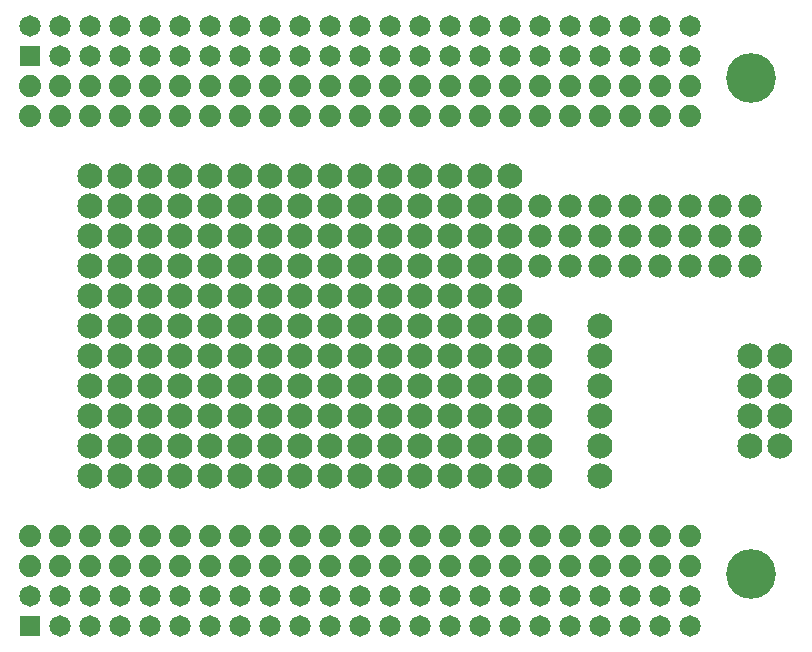
<source format=gbr>
G04 EAGLE Gerber RS-274X export*
G75*
%MOMM*%
%FSLAX34Y34*%
%LPD*%
%INSoldermask Bottom*%
%IPPOS*%
%AMOC8*
5,1,8,0,0,1.08239X$1,22.5*%
G01*
%ADD10R,1.812800X1.812800*%
%ADD11C,1.812800*%
%ADD12C,1.879600*%
%ADD13C,1.981200*%
%ADD14C,2.133600*%
%ADD15C,4.219200*%


D10*
X190500Y501650D03*
D11*
X190500Y527050D03*
X215900Y501650D03*
X215900Y527050D03*
X241300Y501650D03*
X241300Y527050D03*
X266700Y501650D03*
X266700Y527050D03*
X292100Y501650D03*
X292100Y527050D03*
X317500Y501650D03*
X317500Y527050D03*
X342900Y501650D03*
X342900Y527050D03*
X368300Y501650D03*
X368300Y527050D03*
X393700Y501650D03*
X393700Y527050D03*
X419100Y501650D03*
X419100Y527050D03*
X444500Y501650D03*
X444500Y527050D03*
X469900Y501650D03*
X469900Y527050D03*
X495300Y501650D03*
X495300Y527050D03*
X520700Y501650D03*
X520700Y527050D03*
X546100Y501650D03*
X546100Y527050D03*
X571500Y501650D03*
X571500Y527050D03*
X596900Y501650D03*
X596900Y527050D03*
X622300Y501650D03*
X622300Y527050D03*
X647700Y501650D03*
X647700Y527050D03*
X673100Y501650D03*
X673100Y527050D03*
X698500Y501650D03*
X698500Y527050D03*
X723900Y501650D03*
X723900Y527050D03*
X749300Y501650D03*
X749300Y527050D03*
D10*
X190500Y19050D03*
D11*
X190500Y44450D03*
X215900Y19050D03*
X215900Y44450D03*
X241300Y19050D03*
X241300Y44450D03*
X266700Y19050D03*
X266700Y44450D03*
X292100Y19050D03*
X292100Y44450D03*
X317500Y19050D03*
X317500Y44450D03*
X342900Y19050D03*
X342900Y44450D03*
X368300Y19050D03*
X368300Y44450D03*
X393700Y19050D03*
X393700Y44450D03*
X419100Y19050D03*
X419100Y44450D03*
X444500Y19050D03*
X444500Y44450D03*
X469900Y19050D03*
X469900Y44450D03*
X495300Y19050D03*
X495300Y44450D03*
X520700Y19050D03*
X520700Y44450D03*
X546100Y19050D03*
X546100Y44450D03*
X571500Y19050D03*
X571500Y44450D03*
X596900Y19050D03*
X596900Y44450D03*
X622300Y19050D03*
X622300Y44450D03*
X647700Y19050D03*
X647700Y44450D03*
X673100Y19050D03*
X673100Y44450D03*
X698500Y19050D03*
X698500Y44450D03*
X723900Y19050D03*
X723900Y44450D03*
X749300Y19050D03*
X749300Y44450D03*
D12*
X749300Y450850D03*
X723900Y450850D03*
X698500Y450850D03*
X673100Y450850D03*
X647700Y450850D03*
X622300Y450850D03*
X596900Y450850D03*
X571500Y450850D03*
X546100Y450850D03*
X520700Y450850D03*
X495300Y450850D03*
X469900Y450850D03*
X444500Y450850D03*
X419100Y450850D03*
X393700Y450850D03*
X368300Y450850D03*
X342900Y450850D03*
X317500Y450850D03*
X292100Y450850D03*
X266700Y450850D03*
X241300Y450850D03*
X215900Y450850D03*
X190500Y450850D03*
X190500Y476250D03*
X215900Y476250D03*
X241300Y476250D03*
X266700Y476250D03*
X292100Y476250D03*
X317500Y476250D03*
X342900Y476250D03*
X368300Y476250D03*
X393700Y476250D03*
X419100Y476250D03*
X444500Y476250D03*
X469900Y476250D03*
X495300Y476250D03*
X520700Y476250D03*
X546100Y476250D03*
X571500Y476250D03*
X596900Y476250D03*
X622300Y476250D03*
X647700Y476250D03*
X673100Y476250D03*
X698500Y476250D03*
X723900Y476250D03*
X749300Y476250D03*
X749300Y69850D03*
X723900Y69850D03*
X698500Y69850D03*
X673100Y69850D03*
X647700Y69850D03*
X622300Y69850D03*
X596900Y69850D03*
X571500Y69850D03*
X546100Y69850D03*
X520700Y69850D03*
X495300Y69850D03*
X469900Y69850D03*
X444500Y69850D03*
X419100Y69850D03*
X393700Y69850D03*
X368300Y69850D03*
X342900Y69850D03*
X317500Y69850D03*
X292100Y69850D03*
X266700Y69850D03*
X241300Y69850D03*
X215900Y69850D03*
X190500Y69850D03*
X190500Y95250D03*
X215900Y95250D03*
X241300Y95250D03*
X266700Y95250D03*
X292100Y95250D03*
X317500Y95250D03*
X342900Y95250D03*
X368300Y95250D03*
X393700Y95250D03*
X419100Y95250D03*
X444500Y95250D03*
X469900Y95250D03*
X495300Y95250D03*
X520700Y95250D03*
X546100Y95250D03*
X571500Y95250D03*
X596900Y95250D03*
X622300Y95250D03*
X647700Y95250D03*
X673100Y95250D03*
X698500Y95250D03*
X723900Y95250D03*
X749300Y95250D03*
D13*
X622300Y349250D03*
X647700Y349250D03*
X673100Y349250D03*
X698500Y349250D03*
X723900Y349250D03*
X749300Y349250D03*
X774700Y349250D03*
X800100Y349250D03*
X622300Y323850D03*
X647700Y323850D03*
X673100Y323850D03*
X698500Y323850D03*
X723900Y323850D03*
X749300Y323850D03*
X774700Y323850D03*
X800100Y323850D03*
D14*
X241300Y146050D03*
X241300Y171450D03*
X241300Y196850D03*
X241300Y222250D03*
X241300Y247650D03*
X241300Y273050D03*
X241300Y298450D03*
X241300Y323850D03*
X241300Y349250D03*
X241300Y374650D03*
X241300Y400050D03*
X266700Y146050D03*
X266700Y171450D03*
X266700Y196850D03*
X266700Y222250D03*
X266700Y247650D03*
X266700Y273050D03*
X266700Y298450D03*
X266700Y323850D03*
X266700Y349250D03*
X266700Y374650D03*
X266700Y400050D03*
X292100Y146050D03*
X292100Y171450D03*
X292100Y196850D03*
X292100Y222250D03*
X292100Y247650D03*
X292100Y273050D03*
X292100Y298450D03*
X292100Y323850D03*
X292100Y349250D03*
X292100Y374650D03*
X292100Y400050D03*
X317500Y146050D03*
X317500Y171450D03*
X317500Y196850D03*
X317500Y222250D03*
X317500Y247650D03*
X317500Y273050D03*
X317500Y298450D03*
X317500Y323850D03*
X317500Y349250D03*
X317500Y374650D03*
X317500Y400050D03*
X342900Y146050D03*
X342900Y171450D03*
X342900Y196850D03*
X342900Y222250D03*
X342900Y247650D03*
X342900Y273050D03*
X342900Y298450D03*
X342900Y323850D03*
X342900Y349250D03*
X342900Y374650D03*
X342900Y400050D03*
X368300Y146050D03*
X368300Y171450D03*
X368300Y196850D03*
X368300Y222250D03*
X368300Y247650D03*
X368300Y273050D03*
X368300Y298450D03*
X368300Y323850D03*
X368300Y349250D03*
X368300Y374650D03*
X368300Y400050D03*
X393700Y146050D03*
X393700Y171450D03*
X393700Y196850D03*
X393700Y222250D03*
X393700Y247650D03*
X393700Y273050D03*
X393700Y298450D03*
X393700Y323850D03*
X393700Y349250D03*
X393700Y374650D03*
X393700Y400050D03*
X419100Y146050D03*
X419100Y171450D03*
X419100Y196850D03*
X419100Y222250D03*
X419100Y247650D03*
X419100Y273050D03*
X419100Y298450D03*
X419100Y323850D03*
X419100Y349250D03*
X419100Y374650D03*
X419100Y400050D03*
X444500Y146050D03*
X444500Y171450D03*
X444500Y196850D03*
X444500Y222250D03*
X444500Y247650D03*
X444500Y273050D03*
X444500Y298450D03*
X444500Y323850D03*
X444500Y349250D03*
X444500Y374650D03*
X444500Y400050D03*
X469900Y146050D03*
X469900Y171450D03*
X469900Y196850D03*
X469900Y222250D03*
X469900Y247650D03*
X469900Y273050D03*
X469900Y298450D03*
X469900Y323850D03*
X469900Y349250D03*
X469900Y374650D03*
X469900Y400050D03*
X495300Y146050D03*
X495300Y171450D03*
X495300Y196850D03*
X495300Y222250D03*
X495300Y247650D03*
X495300Y273050D03*
X495300Y298450D03*
X495300Y323850D03*
X495300Y349250D03*
X495300Y374650D03*
X495300Y400050D03*
X520700Y146050D03*
X520700Y171450D03*
X520700Y196850D03*
X520700Y222250D03*
X520700Y247650D03*
X520700Y273050D03*
X520700Y298450D03*
X520700Y323850D03*
X520700Y349250D03*
X520700Y374650D03*
X520700Y400050D03*
X546100Y146050D03*
X546100Y171450D03*
X546100Y196850D03*
X546100Y222250D03*
X546100Y247650D03*
X546100Y273050D03*
X546100Y298450D03*
X546100Y323850D03*
X546100Y349250D03*
X546100Y374650D03*
X546100Y400050D03*
D13*
X622300Y374650D03*
X647700Y374650D03*
X673100Y374650D03*
X698500Y374650D03*
X723900Y374650D03*
X749300Y374650D03*
X774700Y374650D03*
X800100Y374650D03*
D14*
X673100Y222250D03*
X673100Y247650D03*
X673100Y273050D03*
X673100Y146050D03*
X673100Y171450D03*
X673100Y196850D03*
X622300Y146050D03*
X622300Y171450D03*
X622300Y196850D03*
X622300Y222250D03*
X622300Y247650D03*
X622300Y273050D03*
X800100Y247650D03*
X800100Y222250D03*
X800100Y196850D03*
X800100Y171450D03*
X825500Y171450D03*
X825500Y196850D03*
X825500Y222250D03*
X825500Y247650D03*
D15*
X800500Y483000D03*
X800500Y63200D03*
D14*
X571500Y146050D03*
X571500Y171450D03*
X571500Y196850D03*
X571500Y222250D03*
X571500Y247650D03*
X571500Y273050D03*
X571500Y298450D03*
X571500Y323850D03*
X571500Y349250D03*
X571500Y374650D03*
X571500Y400050D03*
X596900Y146050D03*
X596900Y171450D03*
X596900Y196850D03*
X596900Y222250D03*
X596900Y247650D03*
X596900Y273050D03*
X596900Y298450D03*
X596900Y323850D03*
X596900Y349250D03*
X596900Y374650D03*
X596900Y400050D03*
M02*

</source>
